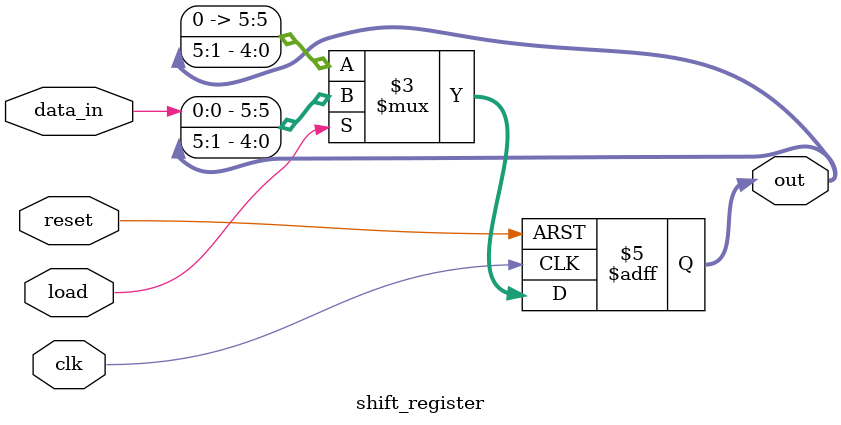
<source format=v>
/*
      Guia_1401.v  
      806937 - FELIPE PEREIRA DA SILVA
      ------------------------------------------------
      Compilar  => iverilog -o programa.vvp programa.v
      Executar  => vvp programa.vvp
*/

module shift_register (
    input wire clk,
    input wire reset,
    input wire load,
    input wire data_in,
    output reg [5:0] out
);

  always @(posedge clk or posedge reset) begin
    if (reset) out <= 6'b0;
    else if (load) out[5:0] <= {data_in, out[5:1]};
    else out[5:0] <= {1'b0, out[5:1]};
  end

endmodule

</source>
